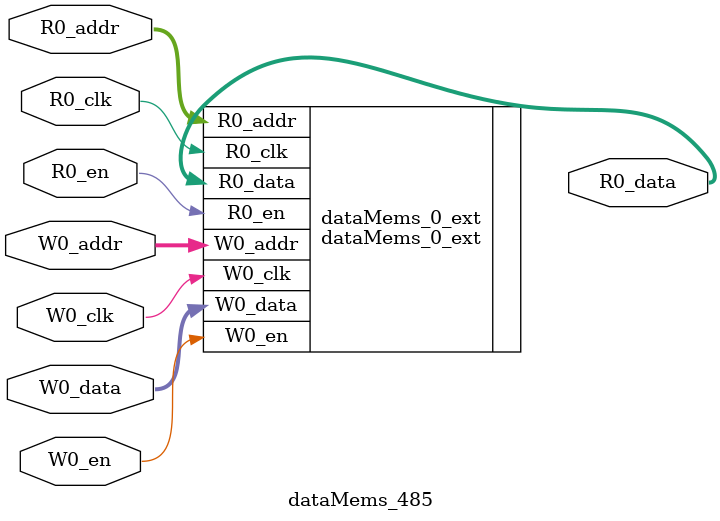
<source format=sv>
`ifndef RANDOMIZE
  `ifdef RANDOMIZE_REG_INIT
    `define RANDOMIZE
  `endif // RANDOMIZE_REG_INIT
`endif // not def RANDOMIZE
`ifndef RANDOMIZE
  `ifdef RANDOMIZE_MEM_INIT
    `define RANDOMIZE
  `endif // RANDOMIZE_MEM_INIT
`endif // not def RANDOMIZE

`ifndef RANDOM
  `define RANDOM $random
`endif // not def RANDOM

// Users can define 'PRINTF_COND' to add an extra gate to prints.
`ifndef PRINTF_COND_
  `ifdef PRINTF_COND
    `define PRINTF_COND_ (`PRINTF_COND)
  `else  // PRINTF_COND
    `define PRINTF_COND_ 1
  `endif // PRINTF_COND
`endif // not def PRINTF_COND_

// Users can define 'ASSERT_VERBOSE_COND' to add an extra gate to assert error printing.
`ifndef ASSERT_VERBOSE_COND_
  `ifdef ASSERT_VERBOSE_COND
    `define ASSERT_VERBOSE_COND_ (`ASSERT_VERBOSE_COND)
  `else  // ASSERT_VERBOSE_COND
    `define ASSERT_VERBOSE_COND_ 1
  `endif // ASSERT_VERBOSE_COND
`endif // not def ASSERT_VERBOSE_COND_

// Users can define 'STOP_COND' to add an extra gate to stop conditions.
`ifndef STOP_COND_
  `ifdef STOP_COND
    `define STOP_COND_ (`STOP_COND)
  `else  // STOP_COND
    `define STOP_COND_ 1
  `endif // STOP_COND
`endif // not def STOP_COND_

// Users can define INIT_RANDOM as general code that gets injected into the
// initializer block for modules with registers.
`ifndef INIT_RANDOM
  `define INIT_RANDOM
`endif // not def INIT_RANDOM

// If using random initialization, you can also define RANDOMIZE_DELAY to
// customize the delay used, otherwise 0.002 is used.
`ifndef RANDOMIZE_DELAY
  `define RANDOMIZE_DELAY 0.002
`endif // not def RANDOMIZE_DELAY

// Define INIT_RANDOM_PROLOG_ for use in our modules below.
`ifndef INIT_RANDOM_PROLOG_
  `ifdef RANDOMIZE
    `ifdef VERILATOR
      `define INIT_RANDOM_PROLOG_ `INIT_RANDOM
    `else  // VERILATOR
      `define INIT_RANDOM_PROLOG_ `INIT_RANDOM #`RANDOMIZE_DELAY begin end
    `endif // VERILATOR
  `else  // RANDOMIZE
    `define INIT_RANDOM_PROLOG_
  `endif // RANDOMIZE
`endif // not def INIT_RANDOM_PROLOG_

// Include register initializers in init blocks unless synthesis is set
`ifndef SYNTHESIS
  `ifndef ENABLE_INITIAL_REG_
    `define ENABLE_INITIAL_REG_
  `endif // not def ENABLE_INITIAL_REG_
`endif // not def SYNTHESIS

// Include rmemory initializers in init blocks unless synthesis is set
`ifndef SYNTHESIS
  `ifndef ENABLE_INITIAL_MEM_
    `define ENABLE_INITIAL_MEM_
  `endif // not def ENABLE_INITIAL_MEM_
`endif // not def SYNTHESIS

module dataMems_485(	// @[generators/ara/src/main/scala/UnsafeAXI4ToTL.scala:365:62]
  input  [4:0]  R0_addr,
  input         R0_en,
  input         R0_clk,
  output [66:0] R0_data,
  input  [4:0]  W0_addr,
  input         W0_en,
  input         W0_clk,
  input  [66:0] W0_data
);

  dataMems_0_ext dataMems_0_ext (	// @[generators/ara/src/main/scala/UnsafeAXI4ToTL.scala:365:62]
    .R0_addr (R0_addr),
    .R0_en   (R0_en),
    .R0_clk  (R0_clk),
    .R0_data (R0_data),
    .W0_addr (W0_addr),
    .W0_en   (W0_en),
    .W0_clk  (W0_clk),
    .W0_data (W0_data)
  );
endmodule


</source>
